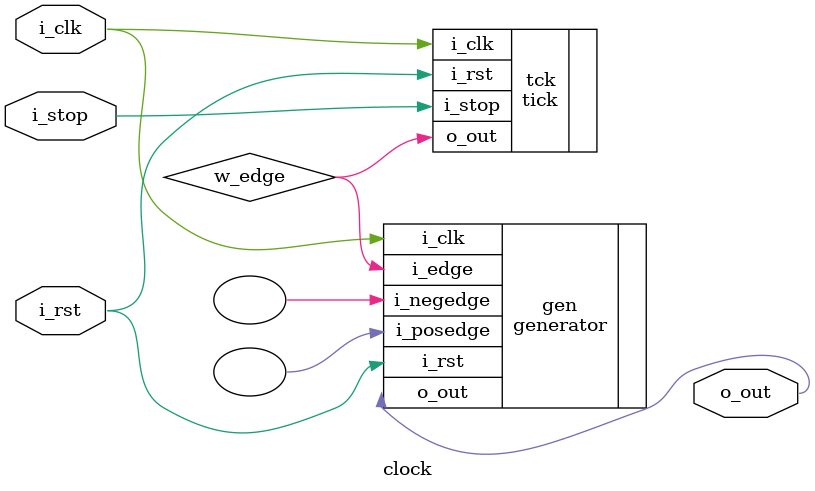
<source format=sv>
/*
    SVERDLOVSK
    system verilog library

    Neveroff M.V.
    2025
*/

module clock # (
    p_divider = 50
    )(
    i_clk,
    i_rst,
    i_stop,
    o_out
    );

    input       i_clk;
    input       i_rst;
    input       i_stop;
    output      o_out;

    wire w_edge;
    tick # (
        .p_divider  (p_divider)
    )
    tck (
        .i_clk      (i_clk),
        .i_rst      (i_rst),
        .i_stop     (i_stop),
        .o_out      (w_edge)
    );

    generator gen (
        .i_clk      (i_clk),
        .i_rst      (i_rst),
        .o_out      (o_out),
        .i_posedge  (),
        .i_negedge  (),
        .i_edge     (w_edge)
    );
endmodule
</source>
